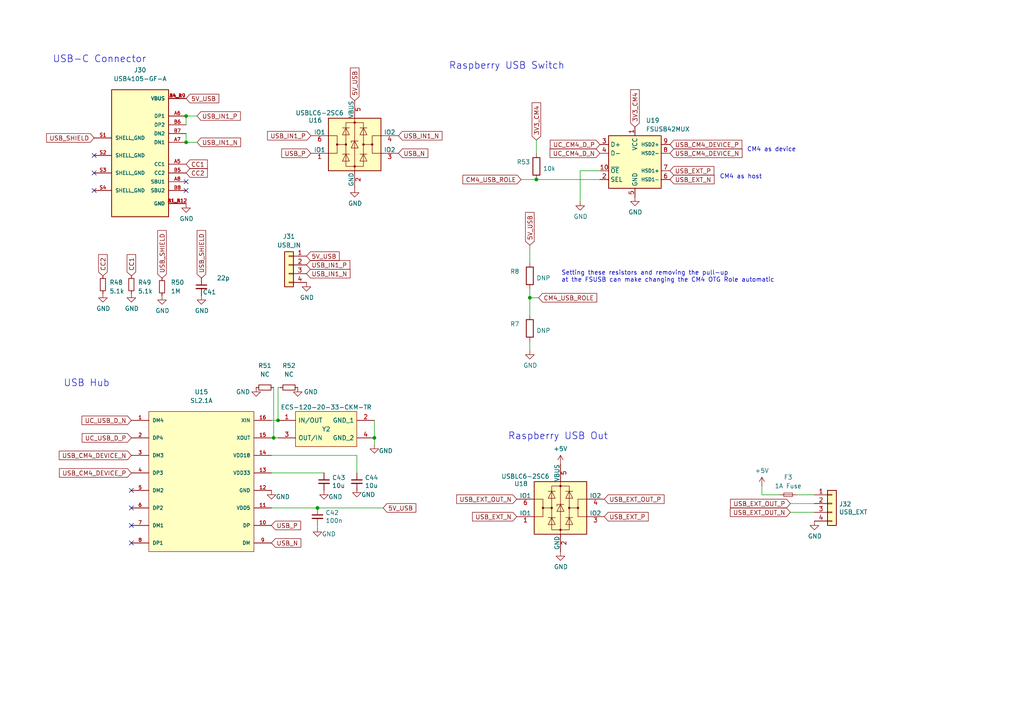
<source format=kicad_sch>
(kicad_sch (version 20231120) (generator "eeschema") (generator_version "8.0")
  (paper "A4")
  (lib_symbols
    (symbol "Connector_Generic:Conn_01x04" (pin_names (offset 1.016) hide)
      (property "Reference" "J" (at 0 5.08 0))
      (property "Value" "Conn_01x04" (at 0 -7.62 0))
      (symbol "Conn_01x04_1_1"
        (rectangle (start -1.27 -4.953) (end 0 -5.207) (stroke (width 0.1524)))
        (rectangle (start -1.27 -2.413) (end 0 -2.667) (stroke (width 0.1524)))
        (rectangle (start -1.27 0.127) (end 0 -0.127) (stroke (width 0.1524)))
        (rectangle (start -1.27 2.667) (end 0 2.413) (stroke (width 0.1524)))
        (rectangle (start -1.27 3.81) (end 1.27 -6.35) (stroke (width 0.254)) (fill (type background)))
        (pin passive line (at -5.08 2.54 0) (length 3.81) (name "Pin_1") (number "1"))
        (pin passive line (at -5.08 0 0) (length 3.81) (name "Pin_2") (number "2"))
        (pin passive line (at -5.08 -2.54 0) (length 3.81) (name "Pin_3") (number "3"))
        (pin passive line (at -5.08 -5.08 0) (length 3.81) (name "Pin_4") (number "4"))
      )
    )
    (symbol "Device:C_Small" (pin_numbers hide) (pin_names (offset 0.254) hide)
      (property "Reference" "C" (at 0.254 1.778 0))
      (property "Value" "C_Small" (at 0.254 -2.032 0))
      (symbol "C_Small_0_1"
        (polyline (pts (xy -1.524 -0.508) (xy 1.524 -0.508)) (stroke (width 0.3302)))
        (polyline (pts (xy -1.524 0.508) (xy 1.524 0.508)) (stroke (width 0.3048)))
      )
      (symbol "C_Small_1_1"
        (pin passive line (at 0 2.54 270) (length 2.032) (name "~") (number "1"))
        (pin passive line (at 0 -2.54 90) (length 2.032) (name "~") (number "2"))
      )
    )
    (symbol "Device:Fuse_Small" (pin_numbers hide) (pin_names (offset 0.254) hide)
      (property "Reference" "F" (at 0 -1.524 0))
      (property "Value" "Fuse_Small" (at 0 1.524 0))
      (symbol "Fuse_Small_0_1"
        (rectangle (start -1.27 0.508) (end 1.27 -0.508))
        (polyline (pts (xy -1.27 0) (xy 1.27 0)))
      )
      (symbol "Fuse_Small_1_1"
        (pin passive line (at -2.54 0 0) (length 1.27) (name "~") (number "1"))
        (pin passive line (at 2.54 0 180) (length 1.27) (name "~") (number "2"))
      )
    )
    (symbol "Device:R" (pin_numbers hide) (pin_names (offset 0))
      (property "Reference" "R" (at 2.032 0 90))
      (property "Value" "R" (at 0 0 90))
      (symbol "R_0_1"
        (rectangle (start -1.016 -2.54) (end 1.016 2.54) (stroke (width 0.254)))
      )
      (symbol "R_1_1"
        (pin passive line (at 0 3.81 270) (length 1.27) (name "~") (number "1"))
        (pin passive line (at 0 -3.81 90) (length 1.27) (name "~") (number "2"))
      )
    )
    (symbol "Device:R_Small" (pin_numbers hide) (pin_names (offset 0.254) hide)
      (property "Reference" "R" (at 0.762 0.508 0))
      (property "Value" "R_Small" (at 0.762 -1.016 0))
      (symbol "R_Small_0_1"
        (rectangle (start -0.762 1.778) (end 0.762 -1.778) (stroke (width 0.2032)))
      )
      (symbol "R_Small_1_1"
        (pin passive line (at 0 2.54 270) (length 0.762) (name "~") (number "1"))
        (pin passive line (at 0 -2.54 90) (length 0.762) (name "~") (number "2"))
      )
    )
    (symbol "Interface_USB:FSUSB42MUX"
      (property "Reference" "U" (at -6.35 8.89 0))
      (property "Value" "FSUSB42MUX" (at 7.62 8.89 0))
      (symbol "FSUSB42MUX_0_1"
        (rectangle (start 7.62 7.62) (end -7.62 -7.62) (stroke (width 0.254)) (fill (type background)))
      )
      (symbol "FSUSB42MUX_1_1"
        (pin power_in line (at 0 10.16 270) (length 2.54) (name "VCC") (number "1"))
        (pin input line (at -10.16 -2.54 0) (length 2.54) (name "~{OE}") (number "10"))
        (pin input line (at -10.16 -5.08 0) (length 2.54) (name "SEL") (number "2"))
        (pin bidirectional line (at -10.16 5.08 0) (length 2.54) (name "D+") (number "3"))
        (pin bidirectional line (at -10.16 2.54 0) (length 2.54) (name "D-") (number "4"))
        (pin power_in line (at 0 -10.16 90) (length 2.54) (name "GND") (number "5"))
        (pin bidirectional line (at 10.16 -5.08 180) (length 2.54) (name "HSD1-") (number "6"))
        (pin bidirectional line (at 10.16 -2.54 180) (length 2.54) (name "HSD1+") (number "7"))
        (pin bidirectional line (at 10.16 2.54 180) (length 2.54) (name "HSD2-") (number "8"))
        (pin bidirectional line (at 10.16 5.08 180) (length 2.54) (name "HSD2+") (number "9"))
      )
    )
    (symbol "Power_Protection:USBLC6-2SC6" (pin_names (offset 0))
      (property "Reference" "U" (at 5.08 8.89 0))
      (property "Value" "USBLC6-2SC6" (at 10.16 -10.16 0))
      (symbol "USBLC6-2SC6_0_1"
        (rectangle (start -7.62 -7.62) (end 7.62 7.62) (stroke (width 0.254)) (fill (type background)))
        (circle (center -5.08 0) (radius 0.254) (fill (type outline)))
        (circle (center -2.54 0) (radius 0.254) (fill (type outline)))
        (rectangle (start -2.54 6.35) (end 2.54 -6.35))
        (circle (center 0 -6.35) (radius 0.254) (fill (type outline)))
        (polyline (pts (xy -5.08 -2.54) (xy -7.62 -2.54)))
        (polyline (pts (xy -5.08 0) (xy -5.08 -2.54)))
        (polyline (pts (xy -5.08 2.54) (xy -7.62 2.54)))
        (polyline (pts (xy -1.524 -2.794) (xy -3.556 -2.794)))
        (polyline (pts (xy -1.524 4.826) (xy -3.556 4.826)))
        (polyline (pts (xy 0 -7.62) (xy 0 -6.35)))
        (polyline (pts (xy 0 -6.35) (xy 0 1.27)))
        (polyline (pts (xy 0 1.27) (xy 0 6.35)))
        (polyline (pts (xy 0 6.35) (xy 0 7.62)))
        (polyline (pts (xy 1.524 -2.794) (xy 3.556 -2.794)))
        (polyline (pts (xy 1.524 4.826) (xy 3.556 4.826)))
        (polyline (pts (xy 5.08 -2.54) (xy 7.62 -2.54)))
        (polyline (pts (xy 5.08 0) (xy 5.08 -2.54)))
        (polyline (pts (xy 5.08 2.54) (xy 7.62 2.54)))
        (polyline (pts (xy -2.54 0) (xy -5.08 0) (xy -5.08 2.54)))
        (polyline (pts (xy 2.54 0) (xy 5.08 0) (xy 5.08 2.54)))
        (polyline (pts (xy -3.556 -4.826) (xy -1.524 -4.826) (xy -2.54 -2.794) (xy -3.556 -4.826)))
        (polyline (pts (xy -3.556 2.794) (xy -1.524 2.794) (xy -2.54 4.826) (xy -3.556 2.794)))
        (polyline (pts (xy -1.016 -1.016) (xy 1.016 -1.016) (xy 0 1.016) (xy -1.016 -1.016)))
        (polyline (pts (xy 1.016 1.016) (xy 0.762 1.016) (xy -1.016 1.016) (xy -1.016 0.508)))
        (polyline (pts (xy 3.556 -4.826) (xy 1.524 -4.826) (xy 2.54 -2.794) (xy 3.556 -4.826)))
        (polyline (pts (xy 3.556 2.794) (xy 1.524 2.794) (xy 2.54 4.826) (xy 3.556 2.794)))
        (circle (center 0 6.35) (radius 0.254) (fill (type outline)))
        (circle (center 2.54 0) (radius 0.254) (fill (type outline)))
        (circle (center 5.08 0) (radius 0.254) (fill (type outline)))
      )
      (symbol "USBLC6-2SC6_1_1"
        (pin passive line (at -12.7 -2.54 0) (length 5.08) (name "IO1") (number "1"))
        (pin passive line (at 0 -12.7 90) (length 5.08) (name "GND") (number "2"))
        (pin passive line (at 12.7 -2.54 180) (length 5.08) (name "IO2") (number "3"))
        (pin passive line (at 12.7 2.54 180) (length 5.08) (name "IO2") (number "4"))
        (pin passive line (at 0 12.7 270) (length 5.08) (name "VBUS") (number "5"))
        (pin passive line (at -12.7 2.54 0) (length 5.08) (name "IO1") (number "6"))
      )
    )
    (symbol "downloaded_parts:ECS-120-20-33-CKM-TR" (pin_names (offset 0.762))
      (property "Reference" "Y?" (at 16.51 7.62 0))
      (property "Value" "ECS-120-20-33-CKM-TR" (at 11.43 -7.62 0))
      (symbol "ECS-120-20-33-CKM-TR_0_0"
        (pin passive line (at -2.54 -11.43 0) (length 5.08) (name "IN/OUT") (number "1"))
        (pin passive line (at 25.4 -11.43 180) (length 5.08) (name "GND_1") (number "2"))
        (pin passive line (at -2.54 -16.51 0) (length 5.08) (name "OUT/IN") (number "3"))
        (pin passive line (at 25.4 -16.51 180) (length 5.08) (name "GND_2") (number "4"))
      )
      (symbol "ECS-120-20-33-CKM-TR_0_1"
        (rectangle (start 2.54 -8.89) (end 20.32 -19.05) (stroke (width 0.1524)) (fill (type background)))
      )
    )
    (symbol "downloaded_parts:SL2.1A" (pin_names (offset 1.016))
      (property "Reference" "U11" (at 0 25.4 0))
      (property "Value" "SL2.1A" (at 0 22.86 0))
      (symbol "SL2.1A_0_0"
        (pin bidirectional line (at -20.32 17.78 0) (length 5.08) (name "DM4") (number "1"))
        (pin bidirectional line (at 20.32 -12.7 180) (length 5.08) (name "DP") (number "10"))
        (pin bidirectional line (at 20.32 -7.62 180) (length 5.08) (name "VDD5") (number "11"))
        (pin bidirectional line (at 20.32 -2.54 180) (length 5.08) (name "GND") (number "12"))
        (pin bidirectional line (at 20.32 2.54 180) (length 5.08) (name "VDD33") (number "13"))
        (pin bidirectional line (at 20.32 7.62 180) (length 5.08) (name "VDD18") (number "14"))
        (pin bidirectional line (at 20.32 12.7 180) (length 5.08) (name "XOUT") (number "15"))
        (pin bidirectional line (at 20.32 17.78 180) (length 5.08) (name "XIN") (number "16"))
        (pin bidirectional line (at -20.32 12.7 0) (length 5.08) (name "DP4") (number "2"))
        (pin bidirectional line (at -20.32 7.62 0) (length 5.08) (name "DM3") (number "3"))
        (pin bidirectional line (at -20.32 2.54 0) (length 5.08) (name "DP3") (number "4"))
        (pin bidirectional line (at -20.32 -2.54 0) (length 5.08) (name "DM2") (number "5"))
        (pin bidirectional line (at -20.32 -7.62 0) (length 5.08) (name "DP2") (number "6"))
        (pin bidirectional line (at -20.32 -12.7 0) (length 5.08) (name "DM1") (number "7"))
        (pin bidirectional line (at -20.32 -17.78 0) (length 5.08) (name "DP1") (number "8"))
        (pin bidirectional line (at 20.32 -17.78 180) (length 5.08) (name "DM") (number "9"))
      )
      (symbol "SL2.1A_0_1"
        (rectangle (start -15.24 20.32) (end 15.24 -20.32) (stroke (width 0.1524)) (fill (type background)))
      )
    )
    (symbol "downloaded_parts:USB4105-GF-A" (pin_names (offset 1.016))
      (property "Reference" "J5" (at 0 16.51 0))
      (property "Value" "USB4105-GF-A" (at 0 13.97 0))
      (symbol "USB4105-GF-A_0_0"
        (rectangle (start -1.27 12.7) (end 15.24 -24.13) (stroke (width 0.254)) (fill (type background)))
        (pin power_in line (at 20.32 -20.32 180) (length 5.08) (name "GND") (number "A1_B12"))
        (pin power_in line (at 20.32 10.16 180) (length 5.08) (name "VBUS") (number "A4_B9"))
        (pin bidirectional line (at 20.32 -8.89 180) (length 5.08) (name "CC1") (number "A5"))
        (pin bidirectional line (at 20.32 5.08 180) (length 5.08) (name "DP1") (number "A6"))
        (pin bidirectional line (at 20.32 -2.54 180) (length 5.08) (name "DN1") (number "A7"))
        (pin bidirectional line (at 20.32 -13.97 180) (length 5.08) (name "SBU1") (number "A8"))
        (pin power_in line (at 20.32 -20.32 180) (length 5.08) (name "GND") (number "B1_A12"))
        (pin power_in line (at 20.32 10.16 180) (length 5.08) (name "VBUS") (number "B4_A9"))
        (pin bidirectional line (at 20.32 -11.43 180) (length 5.08) (name "CC2") (number "B5"))
        (pin bidirectional line (at 20.32 2.54 180) (length 5.08) (name "DP2") (number "B6"))
        (pin bidirectional line (at 20.32 0 180) (length 5.08) (name "DN2") (number "B7"))
        (pin bidirectional line (at 20.32 -16.51 180) (length 5.08) (name "SBU2") (number "B8"))
        (pin power_in line (at -6.35 -1.27 0) (length 5.08) (name "SHELL_GND") (number "S1"))
        (pin power_in line (at -6.35 -6.35 0) (length 5.08) (name "SHELL_GND") (number "S2"))
        (pin power_in line (at -6.35 -11.43 0) (length 5.08) (name "SHELL_GND") (number "S3"))
        (pin power_in line (at -6.35 -16.51 0) (length 5.08) (name "SHELL_GND") (number "S4"))
      )
    )
    (symbol "power:+5V" (power) (pin_names (offset 0))
      (property "Value" "+5V" (at 0 3.556 0))
      (symbol "+5V_0_1"
        (polyline (pts (xy -0.762 1.27) (xy 0 2.54)))
        (polyline (pts (xy 0 0) (xy 0 2.54)))
        (polyline (pts (xy 0 2.54) (xy 0.762 1.27)))
      )
      (symbol "+5V_1_1"
        (pin power_in line (at 0 0 90) (length 0) hide (name "+5V") (number "1"))
      )
    )
    (symbol "power:GND" (power) (pin_names (offset 0))
      (property "Value" "GND" (at 0 -3.81 0))
      (symbol "GND_0_1"
        (polyline (pts (xy 0 0) (xy 0 -1.27) (xy 1.27 -1.27) (xy 0 -2.54) (xy -1.27 -1.27) (xy 0 -1.27)))
      )
      (symbol "GND_1_1"
        (pin power_in line (at 0 0 270) (length 0) hide (name "GND") (number "1"))
      )
    )
  )
  (junction (at 79.375 127))
  (junction (at 153.67 86.36))
  (junction (at 53.975 41.275))
  (junction (at 155.575 52.07))
  (junction (at 92.075 147.32))
  (junction (at 53.975 33.655))
  (junction (at 80.645 121.92))
  (junction (at 108.585 127))
  (no_connect (at 27.305 45.085))
  (no_connect (at 27.305 50.165))
  (no_connect (at 27.305 55.245))
  (no_connect (at 38.1 157.48))
  (no_connect (at 38.1 147.32))
  (no_connect (at 38.1 142.24))
  (no_connect (at 53.975 55.245))
  (no_connect (at 53.975 52.705))
  (no_connect (at 38.1 152.4))
  (wire (pts (xy 153.67 99.06) (xy 153.67 101.6)))
  (wire (pts (xy 92.075 147.32) (xy 111.125 147.32)))
  (wire (pts (xy 80.645 127) (xy 79.375 127)))
  (wire (pts (xy 151.13 52.07) (xy 155.575 52.07)))
  (wire (pts (xy 108.585 121.92) (xy 108.585 127)))
  (wire (pts (xy 103.505 132.08) (xy 78.74 132.08)))
  (wire (pts (xy 220.98 140.97) (xy 220.98 143.51)))
  (wire (pts (xy 229.235 146.05) (xy 236.22 146.05)))
  (wire (pts (xy 231.14 143.51) (xy 236.22 143.51)))
  (wire (pts (xy 155.575 40.64) (xy 155.575 44.45)))
  (wire (pts (xy 79.375 112.395) (xy 79.375 127)))
  (wire (pts (xy 79.375 127) (xy 78.74 127)))
  (wire (pts (xy 78.74 137.16) (xy 93.98 137.16)))
  (wire (pts (xy 103.505 142.24) (xy 103.505 141.605)))
  (wire (pts (xy 168.275 49.53) (xy 168.275 58.42)))
  (wire (pts (xy 153.67 86.36) (xy 153.67 91.44)))
  (wire (pts (xy 229.235 148.59) (xy 236.22 148.59)))
  (wire (pts (xy 103.505 137.16) (xy 103.505 132.08)))
  (wire (pts (xy 53.975 41.275) (xy 57.15 41.275)))
  (wire (pts (xy 80.645 121.92) (xy 78.74 121.92)))
  (wire (pts (xy 153.67 71.12) (xy 153.67 76.2)))
  (wire (pts (xy 92.075 152.4) (xy 92.075 153.035)))
  (wire (pts (xy 108.585 128.905) (xy 108.585 127)))
  (wire (pts (xy 155.575 52.07) (xy 173.99 52.07)))
  (wire (pts (xy 173.99 49.53) (xy 168.275 49.53)))
  (wire (pts (xy 80.645 112.395) (xy 80.645 121.92)))
  (wire (pts (xy 53.975 33.655) (xy 53.975 36.195)))
  (wire (pts (xy 81.28 112.395) (xy 80.645 112.395)))
  (wire (pts (xy 53.975 33.655) (xy 57.15 33.655)))
  (wire (pts (xy 153.67 86.36) (xy 153.67 83.82)))
  (wire (pts (xy 53.975 38.735) (xy 53.975 41.275)))
  (wire (pts (xy 92.075 147.32) (xy 78.74 147.32)))
  (wire (pts (xy 220.98 143.51) (xy 226.06 143.51)))
  (wire (pts (xy 156.21 86.36) (xy 153.67 86.36)))
  (text "Raspberry USB Switch" (at 130.175 20.32 0) (effects (font (size 2 2)) (justify left bottom)))
  (text "USB-C Connector" (at 15.24 18.415 0) (effects (font (size 2 2)) (justify left bottom)))
  (text "Raspberry USB Out" (at 147.32 127.762 0) (effects (font (size 2 2)) (justify left bottom)))
  (text "CM4 as device" (at 223.774 43.434 0) (effects (font (size 1.27 1.27))))
  (text "Setting these resistors and removing the pull-up \nat the FSUSB can make changing the CM4 OTG Role automatic" (at 162.814 80.264 0) (effects (font (size 1.27 1.27)) (justify left)))
  (text "USB Hub" (at 18.415 112.395 0) (effects (font (size 2 2)) (justify left bottom)))
  (text "CM4 as host" (at 214.884 51.308 0) (effects (font (size 1.27 1.27))))
  (global_label "UC_CM4_D_N" (shape input) (at 173.99 44.45 180) (property "Intersheetrefs" "${INTERSHEET_REFS}" (effects (hide yes))))
  (global_label "USB_IN1_N" (shape input) (at 57.15 41.275 0) (property "Intersheetrefs" "${INTERSHEET_REFS}" (effects (hide yes))))
  (global_label "USB_CM4_DEVICE_N" (shape input) (at 38.1 132.08 180) (property "Intersheetrefs" "${INTERSHEET_REFS}" (effects (hide yes))))
  (global_label "3V3_CM4" (shape input) (at 184.15 36.83 90) (property "Intersheetrefs" "${INTERSHEET_REFS}" (effects (hide yes))))
  (global_label "CC1" (shape input) (at 53.975 47.625 0) (property "Intersheetrefs" "${INTERSHEET_REFS}" (effects (hide yes))))
  (global_label "3V3_CM4" (shape input) (at 155.575 40.64 90) (property "Intersheetrefs" "${INTERSHEET_REFS}" (effects (hide yes))))
  (global_label "USB_SHIELD" (shape input) (at 46.99 80.645 90) (property "Intersheetrefs" "${INTERSHEET_REFS}" (effects (hide yes))))
  (global_label "UC_USB_D_P" (shape input) (at 38.1 127 180) (property "Intersheetrefs" "${INTERSHEET_REFS}" (effects (hide yes))))
  (global_label "USB_IN1_P" (shape input) (at 90.17 39.37 180) (property "Intersheetrefs" "${INTERSHEET_REFS}" (effects (hide yes))))
  (global_label "5V_USB" (shape input) (at 111.125 147.32 0) (property "Intersheetrefs" "${INTERSHEET_REFS}" (effects (hide yes))))
  (global_label "USB_EXT_OUT_P" (shape input) (at 175.26 144.78 0) (property "Intersheetrefs" "${INTERSHEET_REFS}" (effects (hide yes))))
  (global_label "USB_N" (shape input) (at 115.57 44.45 0) (property "Intersheetrefs" "${INTERSHEET_REFS}" (effects (hide yes))))
  (global_label "USB_SHIELD" (shape input) (at 58.42 80.645 90) (property "Intersheetrefs" "${INTERSHEET_REFS}" (effects (hide yes))))
  (global_label "5V_USB" (shape input) (at 102.87 29.21 90) (property "Intersheetrefs" "${INTERSHEET_REFS}" (effects (hide yes))))
  (global_label "5V_USB" (shape input) (at 53.975 28.575 0) (property "Intersheetrefs" "${INTERSHEET_REFS}" (effects (hide yes))))
  (global_label "USB_P" (shape input) (at 90.17 44.45 180) (property "Intersheetrefs" "${INTERSHEET_REFS}" (effects (hide yes))))
  (global_label "USB_EXT_OUT_N" (shape input) (at 149.86 144.78 180) (property "Intersheetrefs" "${INTERSHEET_REFS}" (effects (hide yes))))
  (global_label "USB_IN1_N" (shape input) (at 115.57 39.37 0) (property "Intersheetrefs" "${INTERSHEET_REFS}" (effects (hide yes))))
  (global_label "USB_EXT_N" (shape input) (at 194.31 52.07 0) (property "Intersheetrefs" "${INTERSHEET_REFS}" (effects (hide yes))))
  (global_label "5V_USB" (shape input) (at 88.9 74.295 0) (property "Intersheetrefs" "${INTERSHEET_REFS}" (effects (hide yes))))
  (global_label "USB_EXT_OUT_P" (shape input) (at 229.235 146.05 180) (property "Intersheetrefs" "${INTERSHEET_REFS}" (effects (hide yes))))
  (global_label "UC_CM4_D_P" (shape input) (at 173.99 41.91 180) (property "Intersheetrefs" "${INTERSHEET_REFS}" (effects (hide yes))))
  (global_label "USB_CM4_DEVICE_N" (shape input) (at 194.31 44.45 0) (property "Intersheetrefs" "${INTERSHEET_REFS}" (effects (hide yes))))
  (global_label "USB_EXT_OUT_N" (shape input) (at 229.235 148.59 180) (property "Intersheetrefs" "${INTERSHEET_REFS}" (effects (hide yes))))
  (global_label "CM4_USB_ROLE" (shape input) (at 156.21 86.36 0) (property "Intersheetrefs" "${INTERSHEET_REFS}" (effects (hide yes))))
  (global_label "USB_SHIELD" (shape input) (at 27.305 40.005 180) (property "Intersheetrefs" "${INTERSHEET_REFS}" (effects (hide yes))))
  (global_label "USB_EXT_P" (shape input) (at 175.26 149.86 0) (property "Intersheetrefs" "${INTERSHEET_REFS}" (effects (hide yes))))
  (global_label "USB_CM4_DEVICE_P" (shape input) (at 38.1 137.16 180) (property "Intersheetrefs" "${INTERSHEET_REFS}" (effects (hide yes))))
  (global_label "USB_EXT_N" (shape input) (at 149.86 149.86 180) (property "Intersheetrefs" "${INTERSHEET_REFS}" (effects (hide yes))))
  (global_label "UC_USB_D_N" (shape input) (at 38.1 121.92 180) (property "Intersheetrefs" "${INTERSHEET_REFS}" (effects (hide yes))))
  (global_label "CC2" (shape input) (at 29.845 80.01 90) (property "Intersheetrefs" "${INTERSHEET_REFS}" (effects (hide yes))))
  (global_label "CM4_USB_ROLE" (shape input) (at 151.13 52.07 180) (property "Intersheetrefs" "${INTERSHEET_REFS}" (effects (hide yes))))
  (global_label "USB_IN1_P" (shape input) (at 88.9 76.835 0) (property "Intersheetrefs" "${INTERSHEET_REFS}" (effects (hide yes))))
  (global_label "USB_IN1_N" (shape input) (at 88.9 79.375 0) (property "Intersheetrefs" "${INTERSHEET_REFS}" (effects (hide yes))))
  (global_label "USB_N" (shape input) (at 78.74 157.48 0) (property "Intersheetrefs" "${INTERSHEET_REFS}" (effects (hide yes))))
  (global_label "USB_EXT_P" (shape input) (at 194.31 49.53 0) (property "Intersheetrefs" "${INTERSHEET_REFS}" (effects (hide yes))))
  (global_label "USB_CM4_DEVICE_P" (shape input) (at 194.31 41.91 0) (property "Intersheetrefs" "${INTERSHEET_REFS}" (effects (hide yes))))
  (global_label "CC1" (shape input) (at 38.1 80.01 90) (property "Intersheetrefs" "${INTERSHEET_REFS}" (effects (hide yes))))
  (global_label "USB_IN1_P" (shape input) (at 57.15 33.655 0) (property "Intersheetrefs" "${INTERSHEET_REFS}" (effects (hide yes))))
  (global_label "5V_USB" (shape input) (at 153.67 71.12 90) (property "Intersheetrefs" "${INTERSHEET_REFS}" (effects (hide yes))))
  (global_label "USB_P" (shape input) (at 78.74 152.4 0) (property "Intersheetrefs" "${INTERSHEET_REFS}" (effects (hide yes))))
  (global_label "CC2" (shape input) (at 53.975 50.165 0) (property "Intersheetrefs" "${INTERSHEET_REFS}" (effects (hide yes))))
  (symbol (lib_id "Device:C_Small") (at 93.98 139.7 0) (unit 1)
    (property "Reference" "C43" (at 96.3042 138.5506 0) (effects (justify left)))
    (property "Value" "10u" (at 96.304 140.849 0) (effects (justify left)))
    (property "Footprint" "Capacitor_SMD:C_0805_2012Metric" (effects (hide yes)))
  )
  (symbol (lib_id "Device:R") (at 155.575 48.26 0) (unit 1)
    (property "Reference" "R53" (at 149.86 46.99 0) (effects (justify left)))
    (property "Value" "10k" (at 157.48 48.895 0) (effects (justify left)))
    (property "Footprint" "Resistor_SMD:R_0603_1608Metric" (effects (hide yes)))
    (property "Datasheet" "https://fscdn.rohm.com/en/products/databook/datasheet/passive/resistor/chip_resistor/mcr-e.pdf" (effects (hide yes)))
    (property "Field4" "Farnell" (effects (hide yes)))
    (property "Field5" "9239278" (effects (hide yes)))
    (property "Field7" "KOA EUROPE GMBH" (effects (hide yes)))
    (property "Field6" "RK73G1ETQTP2201D         " (effects (hide yes)))
    (property "Part Description" "Resistor 2.2K M1005 1% 63mW" (effects (hide yes)))
    (property "Field8" "120889581" (effects (hide yes)))
  )
  (symbol (lib_id "Power_Protection:USBLC6-2SC6") (at 102.87 41.91 0) (unit 1)
    (property "Reference" "U16" (at 91.44 34.9058 0))
    (property "Value" "USBLC6-2SC6" (at 92.71 32.7595 0))
    (property "Footprint" "Package_TO_SOT_SMD:SOT-23-6" (effects (hide yes)))
    (property "Datasheet" "http://www2.st.com/resource/en/datasheet/CD00050750.pdf" (effects (hide yes)))
  )
  (symbol (lib_id "Device:C_Small") (at 92.075 149.86 0) (unit 1)
    (property "Reference" "C42" (at 94.3992 148.7106 0) (effects (justify left)))
    (property "Value" "100n" (at 94.399 151.009 0) (effects (justify left)))
    (property "Footprint" "Capacitor_SMD:C_0805_2012Metric" (effects (hide yes)))
  )
  (symbol (lib_id "Device:Fuse_Small") (at 228.6 143.51 0) (unit 1)
    (property "Reference" "F3" (at 228.6 138.43 0))
    (property "Value" "1A Fuse" (at 228.6 140.97 0))
    (property "Footprint" "Fuse:Fuse_1206_3216Metric" (effects (hide yes)))
  )
  (symbol (lib_id "power:GND") (at 38.1 85.09 0) (unit 1)
    (property "Reference" "#PWR0121" (effects (hide yes)))
    (property "Value" "GND" (at 38.227 89.4842 0))
  )
  (symbol (lib_id "downloaded_parts:USB4105-GF-A") (at 33.655 38.735 0) (unit 1)
    (property "Reference" "J30" (at 40.64 20.32 0))
    (property "Value" "USB4105-GF-A" (at 40.64 22.86 0))
    (property "Footprint" "downloaded_parts:GCT_USB4105-GF-A" (effects (hide yes)))
    (property "MANUFACTURER" "GCT" (effects (hide yes)))
    (property "PARTREV" "A3" (effects (hide yes)))
    (property "MAXIMUM_PACKAGE_HEIGHT" "3.31 mm" (effects (hide yes)))
    (property "STANDARD" "Manufacturer Recommendations" (effects (hide yes)))
  )
  (symbol (lib_id "Device:C_Small") (at 103.505 139.7 0) (unit 1)
    (property "Reference" "C44" (at 105.8292 138.5506 0) (effects (justify left)))
    (property "Value" "10u" (at 105.829 140.849 0) (effects (justify left)))
    (property "Footprint" "Capacitor_SMD:C_0805_2012Metric" (effects (hide yes)))
  )
  (symbol (lib_id "downloaded_parts:SL2.1A") (at 58.42 139.7 0) (unit 1)
    (property "Reference" "U15" (at 58.42 113.665 0))
    (property "Value" "SL2.1A" (at 58.42 116.205 0))
    (property "Footprint" "Package_SO:SO-16_3.9x9.9mm_P1.27mm" (effects (hide yes)))
  )
  (symbol (lib_id "downloaded_parts:ECS-120-20-33-CKM-TR") (at 83.185 110.49 0) (unit 1)
    (property "Reference" "Y2" (at 94.615 124.46 0))
    (property "Value" "ECS-120-20-33-CKM-TR" (at 94.615 118.11 0))
    (property "Footprint" "downloaded_parts:ECS1202033CKMTR" (effects (hide yes)))
    (property "Datasheet" "https://ecsxtal.com/store/pdf/ecx-32.pdf" (effects (hide yes)))
    (property "Description" "Crystals 12.000MHz 20pF 10ppm -20C +70C" (effects (hide yes)))
    (property "Height" "0.8" (effects (hide yes)))
    (property "Mouser Part Number" "520-120-20-33-CKMT" (effects (hide yes)))
    (property "Mouser Price/Stock" "https://www.mouser.co.uk/ProductDetail/ECS/ECS-120-20-33-CKM-TR?qs=ttzZIJSyan3D8IeYzLfaEw%3D%3D" (effects (hide yes)))
    (property "Manufacturer_Name" "ECS" (effects (hide yes)))
    (property "Manufacturer_Part_Number" "ECS-120-20-33-CKM-TR" (effects (hide yes)))
  )
  (symbol (lib_id "Device:R_Small") (at 29.845 82.55 0) (unit 1)
    (property "Reference" "R48" (at 31.75 81.9149 0) (effects (justify left)))
    (property "Value" "5.1k" (at 31.75 84.4549 0) (effects (justify left)))
    (property "Footprint" "Resistor_SMD:R_0603_1608Metric" (effects (hide yes)))
  )
  (symbol (lib_id "power:GND") (at 184.15 57.15 0) (unit 1)
    (property "Reference" "#PWR0138" (effects (hide yes)))
    (property "Value" "GND" (at 184.277 61.5442 0))
  )
  (symbol (lib_id "power:GND") (at 108.585 128.905 0) (unit 1)
    (property "Reference" "#PWR0133" (effects (hide yes)))
    (property "Value" "GND" (at 111.887 130.7592 0))
  )
  (symbol (lib_id "Device:R_Small") (at 83.82 112.395 270) (unit 1)
    (property "Reference" "R52" (at 83.82 106.045 90))
    (property "Value" "NC" (at 83.82 108.585 90))
    (property "Footprint" "Resistor_SMD:R_0603_1608Metric" (effects (hide yes)))
  )
  (symbol (lib_id "power:GND") (at 78.74 142.24 0) (unit 1)
    (property "Reference" "#PWR0126" (effects (hide yes)))
    (property "Value" "GND" (at 82.042 144.0942 0))
  )
  (symbol (lib_id "power:GND") (at 236.22 151.13 0) (unit 1)
    (property "Reference" "#PWR0143" (effects (hide yes)))
    (property "Value" "GND" (at 236.347 155.5242 0))
  )
  (symbol (lib_id "power:GND") (at 88.9 81.915 0) (unit 1)
    (property "Reference" "#PWR0128" (effects (hide yes)))
    (property "Value" "GND" (at 89.027 86.3092 0))
  )
  (symbol (lib_id "power:+5V") (at 162.56 134.62 0) (unit 1)
    (property "Reference" "#PWR0135" (effects (hide yes)))
    (property "Value" "+5V" (at 162.56 130.175 0))
  )
  (symbol (lib_id "power:GND") (at 102.87 54.61 0) (unit 1)
    (property "Reference" "#PWR0131" (effects (hide yes)))
    (property "Value" "GND" (at 102.997 59.0042 0))
  )
  (symbol (lib_id "Device:C_Small") (at 58.42 83.185 0) (unit 1)
    (property "Reference" "C41" (at 58.801 84.7089 0) (effects (justify left)))
    (property "Value" "22p" (at 62.865 80.645 0) (effects (justify left)))
    (property "Footprint" "Capacitor_SMD:C_0603_1608Metric" (effects (hide yes)))
  )
  (symbol (lib_id "Interface_USB:FSUSB42MUX") (at 184.15 46.99 0) (unit 1)
    (property "Reference" "U19" (at 187.325 34.925 0) (effects (justify left)))
    (property "Value" "FSUSB42MUX" (at 187.325 37.465 0) (effects (justify left)))
    (property "Footprint" "Package_SO:MSOP-10_3x3mm_P0.5mm" (effects (hide yes)))
    (property "Datasheet" "https://www.onsemi.com/pub/Collateral/FSUSB42-D.PDF" (effects (hide yes)))
  )
  (symbol (lib_id "power:GND") (at 162.56 160.02 0) (unit 1)
    (property "Reference" "#PWR0136" (effects (hide yes)))
    (property "Value" "GND" (at 162.687 164.4142 0))
  )
  (symbol (lib_id "power:GND") (at 168.275 58.42 0) (unit 1)
    (property "Reference" "#PWR0137" (effects (hide yes)))
    (property "Value" "GND" (at 168.402 62.8142 0))
  )
  (symbol (lib_id "Device:R_Small") (at 46.99 83.185 0) (unit 1)
    (property "Reference" "R50" (at 49.53 81.9149 0) (effects (justify left)))
    (property "Value" "1M" (at 49.53 84.4549 0) (effects (justify left)))
    (property "Footprint" "Resistor_SMD:R_0603_1608Metric" (effects (hide yes)))
  )
  (symbol (lib_id "power:GND") (at 58.42 85.725 0) (unit 1)
    (property "Reference" "#PWR0124" (effects (hide yes)))
    (property "Value" "GND" (at 58.547 90.1192 0))
  )
  (symbol (lib_id "Connector_Generic:Conn_01x04") (at 241.3 146.05 0) (unit 1)
    (property "Reference" "J32" (at 243.3321 146.2214 0) (effects (justify left)))
    (property "Value" "USB_EXT" (at 243.332 148.52 0) (effects (justify left)))
    (property "Footprint" "Connector_JST:JST_GH_BM04B-GHS-TBT_1x04-1MP_P1.25mm_Vertical" (effects (hide yes)))
  )
  (symbol (lib_id "power:GND") (at 46.99 85.725 0) (unit 1)
    (property "Reference" "#PWR0122" (effects (hide yes)))
    (property "Value" "GND" (at 47.117 90.1192 0))
  )
  (symbol (lib_id "power:GND") (at 86.36 112.395 0) (unit 1)
    (property "Reference" "#PWR0127" (effects (hide yes)))
    (property "Value" "GND" (at 90.17 113.665 0))
  )
  (symbol (lib_id "power:GND") (at 103.505 141.605 0) (unit 1)
    (property "Reference" "#PWR0132" (effects (hide yes)))
    (property "Value" "GND" (at 106.807 143.4592 0))
  )
  (symbol (lib_id "power:GND") (at 153.67 101.6 0) (unit 1)
    (property "Reference" "#PWR016" (effects (hide yes)))
    (property "Value" "GND" (at 153.797 105.9942 0))
  )
  (symbol (lib_id "Device:R_Small") (at 38.1 82.55 0) (unit 1)
    (property "Reference" "R49" (at 40.005 81.9149 0) (effects (justify left)))
    (property "Value" "5.1k" (at 40.005 84.4549 0) (effects (justify left)))
    (property "Footprint" "Resistor_SMD:R_0603_1608Metric" (effects (hide yes)))
  )
  (symbol (lib_id "power:GND") (at 53.975 59.055 0) (unit 1)
    (property "Reference" "#PWR0123" (effects (hide yes)))
    (property "Value" "GND" (at 54.102 63.4492 0))
  )
  (symbol (lib_id "Power_Protection:USBLC6-2SC6") (at 162.56 147.32 0) (unit 1)
    (property "Reference" "U18" (at 151.13 140.3158 0))
    (property "Value" "USBLC6-2SC6" (at 152.4 138.1695 0))
    (property "Footprint" "Package_TO_SOT_SMD:SOT-23-6" (effects (hide yes)))
    (property "Datasheet" "http://www2.st.com/resource/en/datasheet/CD00050750.pdf" (effects (hide yes)))
  )
  (symbol (lib_id "power:GND") (at 29.845 85.09 0) (unit 1)
    (property "Reference" "#PWR0120" (effects (hide yes)))
    (property "Value" "GND" (at 29.972 89.4842 0))
  )
  (symbol (lib_id "Device:R_Small") (at 76.835 112.395 270) (unit 1)
    (property "Reference" "R51" (at 76.835 106.045 90))
    (property "Value" "NC" (at 76.835 108.585 90))
    (property "Footprint" "Resistor_SMD:R_0603_1608Metric" (effects (hide yes)))
  )
  (symbol (lib_id "power:+5V") (at 220.98 140.97 0) (unit 1)
    (property "Reference" "#PWR0141" (effects (hide yes)))
    (property "Value" "+5V" (at 220.98 136.525 0))
  )
  (symbol (lib_id "Device:R") (at 153.67 80.01 0) (unit 1)
    (property "Reference" "R8" (at 147.955 78.74 0) (effects (justify left)))
    (property "Value" "DNP" (at 155.575 80.645 0) (effects (justify left)))
    (property "Footprint" "Resistor_SMD:R_0603_1608Metric" (effects (hide yes)))
    (property "Datasheet" "https://fscdn.rohm.com/en/products/databook/datasheet/passive/resistor/chip_resistor/mcr-e.pdf" (effects (hide yes)))
    (property "Field4" "Farnell" (effects (hide yes)))
    (property "Field5" "9239278" (effects (hide yes)))
    (property "Field7" "KOA EUROPE GMBH" (effects (hide yes)))
    (property "Field6" "RK73G1ETQTP2201D         " (effects (hide yes)))
    (property "Part Description" "Resistor 2.2K M1005 1% 63mW" (effects (hide yes)))
    (property "Field8" "120889581" (effects (hide yes)))
  )
  (symbol (lib_id "Device:R") (at 153.67 95.25 0) (unit 1)
    (property "Reference" "R7" (at 147.955 93.98 0) (effects (justify left)))
    (property "Value" "DNP" (at 155.575 95.885 0) (effects (justify left)))
    (property "Footprint" "Resistor_SMD:R_0603_1608Metric" (effects (hide yes)))
    (property "Datasheet" "https://fscdn.rohm.com/en/products/databook/datasheet/passive/resistor/chip_resistor/mcr-e.pdf" (effects (hide yes)))
    (property "Field4" "Farnell" (effects (hide yes)))
    (property "Field5" "9239278" (effects (hide yes)))
    (property "Field7" "KOA EUROPE GMBH" (effects (hide yes)))
    (property "Field6" "RK73G1ETQTP2201D         " (effects (hide yes)))
    (property "Part Description" "Resistor 2.2K M1005 1% 63mW" (effects (hide yes)))
    (property "Field8" "120889581" (effects (hide yes)))
  )
  (symbol (lib_id "power:GND") (at 93.98 142.24 0) (unit 1)
    (property "Reference" "#PWR0130" (effects (hide yes)))
    (property "Value" "GND" (at 97.282 144.0942 0))
  )
  (symbol (lib_id "power:GND") (at 92.075 153.035 0) (unit 1)
    (property "Reference" "#PWR0129" (effects (hide yes)))
    (property "Value" "GND" (at 95.377 154.8892 0))
  )
  (symbol (lib_id "power:GND") (at 74.295 112.395 0) (unit 1)
    (property "Reference" "#PWR0125" (effects (hide yes)))
    (property "Value" "GND" (at 70.485 113.665 0))
  )
  (symbol (lib_id "Connector_Generic:Conn_01x04") (at 83.82 76.835 0) (mirror y) (unit 1)
    (property "Reference" "J31" (at 83.82 68.58 0))
    (property "Value" "USB_IN" (at 83.82 71.12 0))
    (property "Footprint" "Connector_JST:JST_GH_BM04B-GHS-TBT_1x04-1MP_P1.25mm_Vertical" (effects (hide yes)))
  )
)
</source>
